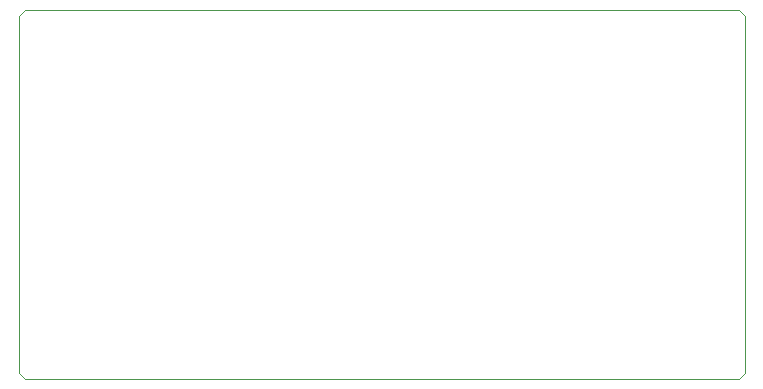
<source format=gbr>
%TF.GenerationSoftware,KiCad,Pcbnew,7.0.10*%
%TF.CreationDate,2024-02-26T12:25:31-08:00*%
%TF.ProjectId,vgaterm-top,76676174-6572-46d2-9d74-6f702e6b6963,rev?*%
%TF.SameCoordinates,Original*%
%TF.FileFunction,Profile,NP*%
%FSLAX46Y46*%
G04 Gerber Fmt 4.6, Leading zero omitted, Abs format (unit mm)*
G04 Created by KiCad (PCBNEW 7.0.10) date 2024-02-26 12:25:31*
%MOMM*%
%LPD*%
G01*
G04 APERTURE LIST*
%TA.AperFunction,Profile*%
%ADD10C,0.100000*%
%TD*%
G04 APERTURE END LIST*
D10*
X53848000Y-84582000D02*
X114300000Y-84582000D01*
X114808000Y-53848000D02*
X114300000Y-53340000D01*
X114808000Y-84074000D02*
X114300000Y-84582000D01*
X114300000Y-53340000D02*
X53848000Y-53340000D01*
X114808000Y-84074000D02*
X114808000Y-53848000D01*
X53340000Y-53848000D02*
X53340000Y-84074000D01*
X53340000Y-53848000D02*
X53848000Y-53340000D01*
X53848000Y-84582000D02*
X53340000Y-84074000D01*
M02*

</source>
